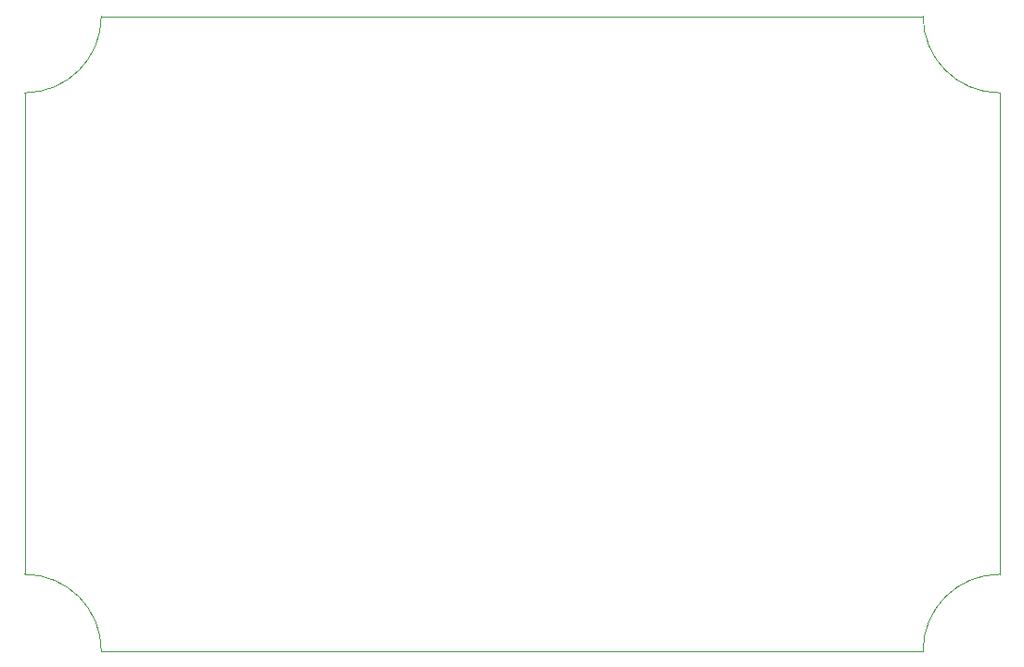
<source format=gbr>
%TF.GenerationSoftware,KiCad,Pcbnew,(5.1.6-0-10_14)*%
%TF.CreationDate,2020-11-01T12:10:01+02:00*%
%TF.ProjectId,SH-ESP32,53482d45-5350-4333-922e-6b696361645f,0.1.0*%
%TF.SameCoordinates,Original*%
%TF.FileFunction,Profile,NP*%
%FSLAX46Y46*%
G04 Gerber Fmt 4.6, Leading zero omitted, Abs format (unit mm)*
G04 Created by KiCad (PCBNEW (5.1.6-0-10_14)) date 2020-11-01 12:10:01*
%MOMM*%
%LPD*%
G01*
G04 APERTURE LIST*
%TA.AperFunction,Profile*%
%ADD10C,0.050000*%
%TD*%
G04 APERTURE END LIST*
D10*
X178000000Y-64000000D02*
G75*
G02*
X171000000Y-57000000I0J7000000D01*
G01*
X178000000Y-108000000D02*
X178000000Y-64000000D01*
X171000000Y-115000000D02*
X96000000Y-115000000D01*
X171000000Y-57000000D02*
X96000000Y-57000000D01*
X89000000Y-64000000D02*
X89000000Y-108000000D01*
X96000000Y-57000000D02*
G75*
G02*
X89000000Y-64000000I-7000000J0D01*
G01*
X89000000Y-108000000D02*
G75*
G02*
X96000000Y-115000000I0J-7000000D01*
G01*
X171000000Y-115000000D02*
G75*
G02*
X178000000Y-108000000I7000000J0D01*
G01*
M02*

</source>
